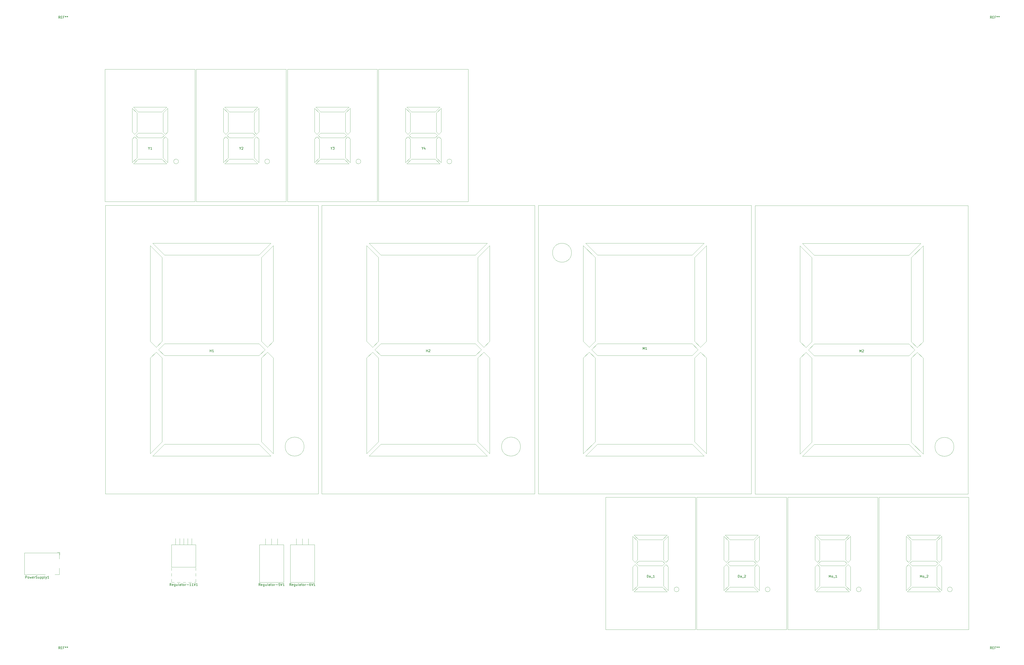
<source format=gto>
G04 #@! TF.GenerationSoftware,KiCad,Pcbnew,(5.1.6)-1*
G04 #@! TF.CreationDate,2020-11-13T18:23:17+07:00*
G04 #@! TF.ProjectId,Clock,436c6f63-6b2e-46b6-9963-61645f706362,rev?*
G04 #@! TF.SameCoordinates,Original*
G04 #@! TF.FileFunction,Legend,Top*
G04 #@! TF.FilePolarity,Positive*
%FSLAX46Y46*%
G04 Gerber Fmt 4.6, Leading zero omitted, Abs format (unit mm)*
G04 Created by KiCad (PCBNEW (5.1.6)-1) date 2020-11-13 18:23:17*
%MOMM*%
%LPD*%
G01*
G04 APERTURE LIST*
%ADD10C,0.120000*%
%ADD11C,0.150000*%
G04 APERTURE END LIST*
D10*
X407000000Y-306000000D02*
X445000000Y-306000000D01*
X445000000Y-306000000D02*
X445000000Y-250000000D01*
X445000000Y-250000000D02*
X445000000Y-250000000D01*
X407000000Y-250000000D02*
X445000000Y-250000000D01*
X445000000Y-306000000D02*
X445000000Y-306000000D01*
X407000000Y-250000000D02*
X407000000Y-250000000D01*
X407000000Y-306000000D02*
X407000000Y-250000000D01*
X407000000Y-306000000D02*
X407000000Y-306000000D01*
X419000000Y-266000000D02*
X421000000Y-268000000D01*
X421000000Y-268000000D02*
X431000000Y-268000000D01*
X433000000Y-266000000D02*
X431000000Y-268000000D01*
X419000000Y-266000000D02*
X433000000Y-266000000D01*
X418500000Y-266500000D02*
X420500000Y-268500000D01*
X420500000Y-268500000D02*
X420500000Y-276500000D01*
X420500000Y-276500000D02*
X419500000Y-277500000D01*
X419500000Y-277500000D02*
X418500000Y-276500000D01*
X418500000Y-266500000D02*
X418500000Y-276500000D01*
X433500000Y-266500000D02*
X431500000Y-268500000D01*
X433500000Y-276500000D02*
X433500000Y-266500000D01*
X432500000Y-277500000D02*
X433500000Y-276500000D01*
X431500000Y-276500000D02*
X432500000Y-277500000D01*
X431500000Y-268500000D02*
X431500000Y-276500000D01*
X420000000Y-278000000D02*
X421000000Y-277000000D01*
X421000000Y-277000000D02*
X431000000Y-277000000D01*
X431000000Y-277000000D02*
X432000000Y-278000000D01*
X432000000Y-278000000D02*
X431000000Y-279000000D01*
X431000000Y-279000000D02*
X421000000Y-279000000D01*
X421000000Y-279000000D02*
X420000000Y-278000000D01*
X418500000Y-279500000D02*
X419500000Y-278500000D01*
X418500000Y-279500000D02*
X418500000Y-289500000D01*
X418500000Y-289500000D02*
X420500000Y-287500000D01*
X420500000Y-279500000D02*
X420500000Y-287500000D01*
X419500000Y-278500000D02*
X420500000Y-279500000D01*
X433000000Y-290000000D02*
X419000000Y-290000000D01*
X431000000Y-288000000D02*
X433000000Y-290000000D01*
X421000000Y-288000000D02*
X431000000Y-288000000D01*
X421000000Y-288000000D02*
X419000000Y-290000000D01*
X431500000Y-287500000D02*
X431500000Y-279500000D01*
X433500000Y-289500000D02*
X431500000Y-287500000D01*
X433500000Y-279500000D02*
X433500000Y-289500000D01*
X432500000Y-278500000D02*
X433500000Y-279500000D01*
X431500000Y-279500000D02*
X432500000Y-278500000D01*
X438000000Y-289000000D02*
G75*
G03*
X438000000Y-289000000I-1000000J0D01*
G01*
X311000000Y-125000000D02*
X349000000Y-125000000D01*
X349000000Y-125000000D02*
X349000000Y-69000000D01*
X349000000Y-69000000D02*
X349000000Y-69000000D01*
X311000000Y-69000000D02*
X349000000Y-69000000D01*
X349000000Y-125000000D02*
X349000000Y-125000000D01*
X311000000Y-69000000D02*
X311000000Y-69000000D01*
X311000000Y-125000000D02*
X311000000Y-69000000D01*
X311000000Y-125000000D02*
X311000000Y-125000000D01*
X323000000Y-85000000D02*
X325000000Y-87000000D01*
X325000000Y-87000000D02*
X335000000Y-87000000D01*
X337000000Y-85000000D02*
X335000000Y-87000000D01*
X323000000Y-85000000D02*
X337000000Y-85000000D01*
X322500000Y-85500000D02*
X324500000Y-87500000D01*
X324500000Y-87500000D02*
X324500000Y-95500000D01*
X324500000Y-95500000D02*
X323500000Y-96500000D01*
X323500000Y-96500000D02*
X322500000Y-95500000D01*
X322500000Y-85500000D02*
X322500000Y-95500000D01*
X337500000Y-85500000D02*
X335500000Y-87500000D01*
X337500000Y-95500000D02*
X337500000Y-85500000D01*
X336500000Y-96500000D02*
X337500000Y-95500000D01*
X335500000Y-95500000D02*
X336500000Y-96500000D01*
X335500000Y-87500000D02*
X335500000Y-95500000D01*
X324000000Y-97000000D02*
X325000000Y-96000000D01*
X325000000Y-96000000D02*
X335000000Y-96000000D01*
X335000000Y-96000000D02*
X336000000Y-97000000D01*
X336000000Y-97000000D02*
X335000000Y-98000000D01*
X335000000Y-98000000D02*
X325000000Y-98000000D01*
X325000000Y-98000000D02*
X324000000Y-97000000D01*
X322500000Y-98500000D02*
X323500000Y-97500000D01*
X322500000Y-98500000D02*
X322500000Y-108500000D01*
X322500000Y-108500000D02*
X324500000Y-106500000D01*
X324500000Y-98500000D02*
X324500000Y-106500000D01*
X323500000Y-97500000D02*
X324500000Y-98500000D01*
X337000000Y-109000000D02*
X323000000Y-109000000D01*
X335000000Y-107000000D02*
X337000000Y-109000000D01*
X325000000Y-107000000D02*
X335000000Y-107000000D01*
X325000000Y-107000000D02*
X323000000Y-109000000D01*
X335500000Y-106500000D02*
X335500000Y-98500000D01*
X337500000Y-108500000D02*
X335500000Y-106500000D01*
X337500000Y-98500000D02*
X337500000Y-108500000D01*
X336500000Y-97500000D02*
X337500000Y-98500000D01*
X335500000Y-98500000D02*
X336500000Y-97500000D01*
X342000000Y-108000000D02*
G75*
G03*
X342000000Y-108000000I-1000000J0D01*
G01*
X234000000Y-125000000D02*
X272000000Y-125000000D01*
X272000000Y-125000000D02*
X272000000Y-69000000D01*
X272000000Y-69000000D02*
X272000000Y-69000000D01*
X234000000Y-69000000D02*
X272000000Y-69000000D01*
X272000000Y-125000000D02*
X272000000Y-125000000D01*
X234000000Y-69000000D02*
X234000000Y-69000000D01*
X234000000Y-125000000D02*
X234000000Y-69000000D01*
X234000000Y-125000000D02*
X234000000Y-125000000D01*
X246000000Y-85000000D02*
X248000000Y-87000000D01*
X248000000Y-87000000D02*
X258000000Y-87000000D01*
X260000000Y-85000000D02*
X258000000Y-87000000D01*
X246000000Y-85000000D02*
X260000000Y-85000000D01*
X245500000Y-85500000D02*
X247500000Y-87500000D01*
X247500000Y-87500000D02*
X247500000Y-95500000D01*
X247500000Y-95500000D02*
X246500000Y-96500000D01*
X246500000Y-96500000D02*
X245500000Y-95500000D01*
X245500000Y-85500000D02*
X245500000Y-95500000D01*
X260500000Y-85500000D02*
X258500000Y-87500000D01*
X260500000Y-95500000D02*
X260500000Y-85500000D01*
X259500000Y-96500000D02*
X260500000Y-95500000D01*
X258500000Y-95500000D02*
X259500000Y-96500000D01*
X258500000Y-87500000D02*
X258500000Y-95500000D01*
X247000000Y-97000000D02*
X248000000Y-96000000D01*
X248000000Y-96000000D02*
X258000000Y-96000000D01*
X258000000Y-96000000D02*
X259000000Y-97000000D01*
X259000000Y-97000000D02*
X258000000Y-98000000D01*
X258000000Y-98000000D02*
X248000000Y-98000000D01*
X248000000Y-98000000D02*
X247000000Y-97000000D01*
X245500000Y-98500000D02*
X246500000Y-97500000D01*
X245500000Y-98500000D02*
X245500000Y-108500000D01*
X245500000Y-108500000D02*
X247500000Y-106500000D01*
X247500000Y-98500000D02*
X247500000Y-106500000D01*
X246500000Y-97500000D02*
X247500000Y-98500000D01*
X260000000Y-109000000D02*
X246000000Y-109000000D01*
X258000000Y-107000000D02*
X260000000Y-109000000D01*
X248000000Y-107000000D02*
X258000000Y-107000000D01*
X248000000Y-107000000D02*
X246000000Y-109000000D01*
X258500000Y-106500000D02*
X258500000Y-98500000D01*
X260500000Y-108500000D02*
X258500000Y-106500000D01*
X260500000Y-98500000D02*
X260500000Y-108500000D01*
X259500000Y-97500000D02*
X260500000Y-98500000D01*
X258500000Y-98500000D02*
X259500000Y-97500000D01*
X265000000Y-108000000D02*
G75*
G03*
X265000000Y-108000000I-1000000J0D01*
G01*
X195500000Y-125000000D02*
X233500000Y-125000000D01*
X233500000Y-125000000D02*
X233500000Y-69000000D01*
X233500000Y-69000000D02*
X233500000Y-69000000D01*
X195500000Y-69000000D02*
X233500000Y-69000000D01*
X233500000Y-125000000D02*
X233500000Y-125000000D01*
X195500000Y-69000000D02*
X195500000Y-69000000D01*
X195500000Y-125000000D02*
X195500000Y-69000000D01*
X195500000Y-125000000D02*
X195500000Y-125000000D01*
X207500000Y-85000000D02*
X209500000Y-87000000D01*
X209500000Y-87000000D02*
X219500000Y-87000000D01*
X221500000Y-85000000D02*
X219500000Y-87000000D01*
X207500000Y-85000000D02*
X221500000Y-85000000D01*
X207000000Y-85500000D02*
X209000000Y-87500000D01*
X209000000Y-87500000D02*
X209000000Y-95500000D01*
X209000000Y-95500000D02*
X208000000Y-96500000D01*
X208000000Y-96500000D02*
X207000000Y-95500000D01*
X207000000Y-85500000D02*
X207000000Y-95500000D01*
X222000000Y-85500000D02*
X220000000Y-87500000D01*
X222000000Y-95500000D02*
X222000000Y-85500000D01*
X221000000Y-96500000D02*
X222000000Y-95500000D01*
X220000000Y-95500000D02*
X221000000Y-96500000D01*
X220000000Y-87500000D02*
X220000000Y-95500000D01*
X208500000Y-97000000D02*
X209500000Y-96000000D01*
X209500000Y-96000000D02*
X219500000Y-96000000D01*
X219500000Y-96000000D02*
X220500000Y-97000000D01*
X220500000Y-97000000D02*
X219500000Y-98000000D01*
X219500000Y-98000000D02*
X209500000Y-98000000D01*
X209500000Y-98000000D02*
X208500000Y-97000000D01*
X207000000Y-98500000D02*
X208000000Y-97500000D01*
X207000000Y-98500000D02*
X207000000Y-108500000D01*
X207000000Y-108500000D02*
X209000000Y-106500000D01*
X209000000Y-98500000D02*
X209000000Y-106500000D01*
X208000000Y-97500000D02*
X209000000Y-98500000D01*
X221500000Y-109000000D02*
X207500000Y-109000000D01*
X219500000Y-107000000D02*
X221500000Y-109000000D01*
X209500000Y-107000000D02*
X219500000Y-107000000D01*
X209500000Y-107000000D02*
X207500000Y-109000000D01*
X220000000Y-106500000D02*
X220000000Y-98500000D01*
X222000000Y-108500000D02*
X220000000Y-106500000D01*
X222000000Y-98500000D02*
X222000000Y-108500000D01*
X221000000Y-97500000D02*
X222000000Y-98500000D01*
X220000000Y-98500000D02*
X221000000Y-97500000D01*
X226500000Y-108000000D02*
G75*
G03*
X226500000Y-108000000I-1000000J0D01*
G01*
X279596000Y-228600000D02*
G75*
G03*
X279596000Y-228600000I-4000000J0D01*
G01*
X220596000Y-227600000D02*
X215596000Y-232600000D01*
X260596000Y-227600000D02*
X220596000Y-227600000D01*
X265596000Y-232600000D02*
X260596000Y-227600000D01*
X215596000Y-232600000D02*
X265596000Y-232600000D01*
X266596000Y-191100000D02*
X264096000Y-188600000D01*
X266596000Y-231600000D02*
X266596000Y-191100000D01*
X261596000Y-226600000D02*
X266596000Y-231600000D01*
X261596000Y-191100000D02*
X261596000Y-226600000D01*
X264096000Y-188600000D02*
X261596000Y-191100000D01*
X214596000Y-191100000D02*
X217096000Y-188600000D01*
X214596000Y-231600000D02*
X214596000Y-191100000D01*
X219596000Y-226600000D02*
X214596000Y-231600000D01*
X219596000Y-191100000D02*
X219596000Y-226600000D01*
X217096000Y-188600000D02*
X219596000Y-191100000D01*
X261596000Y-184100000D02*
X261596000Y-148600000D01*
X264096000Y-186600000D02*
X261596000Y-184100000D01*
X266596000Y-184100000D02*
X264096000Y-186600000D01*
X266596000Y-143600000D02*
X266596000Y-184100000D01*
X266596000Y-143600000D02*
X261596000Y-148600000D01*
X220596000Y-190100000D02*
X218096000Y-187600000D01*
X260596000Y-190100000D02*
X220596000Y-190100000D01*
X263096000Y-187600000D02*
X260596000Y-190100000D01*
X260596000Y-185100000D02*
X263096000Y-187600000D01*
X220596000Y-185100000D02*
X260596000Y-185100000D01*
X218096000Y-187600000D02*
X220596000Y-185100000D01*
X214596000Y-184100000D02*
X217096000Y-186600000D01*
X214596000Y-143600000D02*
X214596000Y-184100000D01*
X219596000Y-184100000D02*
X217096000Y-186600000D01*
X219596000Y-148600000D02*
X219596000Y-184100000D01*
X214596000Y-143600000D02*
X219596000Y-148600000D01*
X220596000Y-147600000D02*
X215596000Y-142600000D01*
X260596000Y-147600000D02*
X220596000Y-147600000D01*
X265596000Y-142600000D02*
X260596000Y-147600000D01*
X215596000Y-142600000D02*
X265596000Y-142600000D01*
X195596000Y-248600000D02*
X195596000Y-126600000D01*
X285596000Y-248600000D02*
X195596000Y-248600000D01*
X285596000Y-126600000D02*
X285596000Y-248600000D01*
X195596000Y-126600000D02*
X285596000Y-126600000D01*
X371036000Y-228600000D02*
G75*
G03*
X371036000Y-228600000I-4000000J0D01*
G01*
X312036000Y-227600000D02*
X307036000Y-232600000D01*
X352036000Y-227600000D02*
X312036000Y-227600000D01*
X357036000Y-232600000D02*
X352036000Y-227600000D01*
X307036000Y-232600000D02*
X357036000Y-232600000D01*
X358036000Y-191100000D02*
X355536000Y-188600000D01*
X358036000Y-231600000D02*
X358036000Y-191100000D01*
X353036000Y-226600000D02*
X358036000Y-231600000D01*
X353036000Y-191100000D02*
X353036000Y-226600000D01*
X355536000Y-188600000D02*
X353036000Y-191100000D01*
X306036000Y-191100000D02*
X308536000Y-188600000D01*
X306036000Y-231600000D02*
X306036000Y-191100000D01*
X311036000Y-226600000D02*
X306036000Y-231600000D01*
X311036000Y-191100000D02*
X311036000Y-226600000D01*
X308536000Y-188600000D02*
X311036000Y-191100000D01*
X353036000Y-184100000D02*
X353036000Y-148600000D01*
X355536000Y-186600000D02*
X353036000Y-184100000D01*
X358036000Y-184100000D02*
X355536000Y-186600000D01*
X358036000Y-143600000D02*
X358036000Y-184100000D01*
X358036000Y-143600000D02*
X353036000Y-148600000D01*
X312036000Y-190100000D02*
X309536000Y-187600000D01*
X352036000Y-190100000D02*
X312036000Y-190100000D01*
X354536000Y-187600000D02*
X352036000Y-190100000D01*
X352036000Y-185100000D02*
X354536000Y-187600000D01*
X312036000Y-185100000D02*
X352036000Y-185100000D01*
X309536000Y-187600000D02*
X312036000Y-185100000D01*
X306036000Y-184100000D02*
X308536000Y-186600000D01*
X306036000Y-143600000D02*
X306036000Y-184100000D01*
X311036000Y-184100000D02*
X308536000Y-186600000D01*
X311036000Y-148600000D02*
X311036000Y-184100000D01*
X306036000Y-143600000D02*
X311036000Y-148600000D01*
X312036000Y-147600000D02*
X307036000Y-142600000D01*
X352036000Y-147600000D02*
X312036000Y-147600000D01*
X357036000Y-142600000D02*
X352036000Y-147600000D01*
X307036000Y-142600000D02*
X357036000Y-142600000D01*
X287036000Y-248600000D02*
X287036000Y-126600000D01*
X377036000Y-248600000D02*
X287036000Y-248600000D01*
X377036000Y-126600000D02*
X377036000Y-248600000D01*
X287036000Y-126600000D02*
X377036000Y-126600000D01*
X468600000Y-248600000D02*
X378600000Y-248600000D01*
X378600000Y-248600000D02*
X378600000Y-126600000D01*
X378600000Y-126600000D02*
X468600000Y-126600000D01*
X468600000Y-126600000D02*
X468600000Y-248600000D01*
X448600000Y-232600000D02*
X398600000Y-232600000D01*
X398600000Y-232600000D02*
X403600000Y-227600000D01*
X403600000Y-227600000D02*
X443600000Y-227600000D01*
X443600000Y-227600000D02*
X448600000Y-232600000D01*
X449600000Y-231600000D02*
X444600000Y-226600000D01*
X444600000Y-226600000D02*
X444600000Y-191100000D01*
X444600000Y-191100000D02*
X447100000Y-188600000D01*
X449600000Y-231600000D02*
X449600000Y-191100000D01*
X449600000Y-191100000D02*
X447100000Y-188600000D01*
X446100000Y-187600000D02*
X443600000Y-190100000D01*
X443600000Y-190100000D02*
X403600000Y-190100000D01*
X403600000Y-190100000D02*
X401100000Y-187600000D01*
X401100000Y-187600000D02*
X403600000Y-185100000D01*
X403600000Y-185100000D02*
X443600000Y-185100000D01*
X443600000Y-185100000D02*
X446100000Y-187600000D01*
X397600000Y-231600000D02*
X402600000Y-226600000D01*
X397600000Y-231600000D02*
X397600000Y-191100000D01*
X397600000Y-191100000D02*
X400100000Y-188600000D01*
X400100000Y-188600000D02*
X402600000Y-191100000D01*
X402600000Y-191100000D02*
X402600000Y-226600000D01*
X447100000Y-186600000D02*
X444600000Y-184100000D01*
X444600000Y-184100000D02*
X444600000Y-148600000D01*
X444600000Y-148600000D02*
X449600000Y-143600000D01*
X449600000Y-143600000D02*
X449600000Y-184100000D01*
X449600000Y-184100000D02*
X447100000Y-186600000D01*
X400100000Y-186600000D02*
X402600000Y-184100000D01*
X402600000Y-184100000D02*
X402600000Y-148600000D01*
X402600000Y-148600000D02*
X397600000Y-143600000D01*
X397600000Y-143600000D02*
X397600000Y-184100000D01*
X397600000Y-184100000D02*
X400100000Y-186600000D01*
X448600000Y-142600000D02*
X398600000Y-142600000D01*
X398600000Y-142600000D02*
X403600000Y-147600000D01*
X403600000Y-147600000D02*
X443600000Y-147600000D01*
X443600000Y-147600000D02*
X448600000Y-142600000D01*
X392600000Y-146600000D02*
G75*
G03*
X392600000Y-146600000I-4000000J0D01*
G01*
X522500000Y-306000000D02*
X560500000Y-306000000D01*
X560500000Y-306000000D02*
X560500000Y-250000000D01*
X560500000Y-250000000D02*
X560500000Y-250000000D01*
X522500000Y-250000000D02*
X560500000Y-250000000D01*
X560500000Y-306000000D02*
X560500000Y-306000000D01*
X522500000Y-250000000D02*
X522500000Y-250000000D01*
X522500000Y-306000000D02*
X522500000Y-250000000D01*
X522500000Y-306000000D02*
X522500000Y-306000000D01*
X534500000Y-266000000D02*
X536500000Y-268000000D01*
X536500000Y-268000000D02*
X546500000Y-268000000D01*
X548500000Y-266000000D02*
X546500000Y-268000000D01*
X534500000Y-266000000D02*
X548500000Y-266000000D01*
X534000000Y-266500000D02*
X536000000Y-268500000D01*
X536000000Y-268500000D02*
X536000000Y-276500000D01*
X536000000Y-276500000D02*
X535000000Y-277500000D01*
X535000000Y-277500000D02*
X534000000Y-276500000D01*
X534000000Y-266500000D02*
X534000000Y-276500000D01*
X549000000Y-266500000D02*
X547000000Y-268500000D01*
X549000000Y-276500000D02*
X549000000Y-266500000D01*
X548000000Y-277500000D02*
X549000000Y-276500000D01*
X547000000Y-276500000D02*
X548000000Y-277500000D01*
X547000000Y-268500000D02*
X547000000Y-276500000D01*
X535500000Y-278000000D02*
X536500000Y-277000000D01*
X536500000Y-277000000D02*
X546500000Y-277000000D01*
X546500000Y-277000000D02*
X547500000Y-278000000D01*
X547500000Y-278000000D02*
X546500000Y-279000000D01*
X546500000Y-279000000D02*
X536500000Y-279000000D01*
X536500000Y-279000000D02*
X535500000Y-278000000D01*
X534000000Y-279500000D02*
X535000000Y-278500000D01*
X534000000Y-279500000D02*
X534000000Y-289500000D01*
X534000000Y-289500000D02*
X536000000Y-287500000D01*
X536000000Y-279500000D02*
X536000000Y-287500000D01*
X535000000Y-278500000D02*
X536000000Y-279500000D01*
X548500000Y-290000000D02*
X534500000Y-290000000D01*
X546500000Y-288000000D02*
X548500000Y-290000000D01*
X536500000Y-288000000D02*
X546500000Y-288000000D01*
X536500000Y-288000000D02*
X534500000Y-290000000D01*
X547000000Y-287500000D02*
X547000000Y-279500000D01*
X549000000Y-289500000D02*
X547000000Y-287500000D01*
X549000000Y-279500000D02*
X549000000Y-289500000D01*
X548000000Y-278500000D02*
X549000000Y-279500000D01*
X547000000Y-279500000D02*
X548000000Y-278500000D01*
X553500000Y-289000000D02*
G75*
G03*
X553500000Y-289000000I-1000000J0D01*
G01*
X484000000Y-306000000D02*
X522000000Y-306000000D01*
X522000000Y-306000000D02*
X522000000Y-250000000D01*
X522000000Y-250000000D02*
X522000000Y-250000000D01*
X484000000Y-250000000D02*
X522000000Y-250000000D01*
X522000000Y-306000000D02*
X522000000Y-306000000D01*
X484000000Y-250000000D02*
X484000000Y-250000000D01*
X484000000Y-306000000D02*
X484000000Y-250000000D01*
X484000000Y-306000000D02*
X484000000Y-306000000D01*
X496000000Y-266000000D02*
X498000000Y-268000000D01*
X498000000Y-268000000D02*
X508000000Y-268000000D01*
X510000000Y-266000000D02*
X508000000Y-268000000D01*
X496000000Y-266000000D02*
X510000000Y-266000000D01*
X495500000Y-266500000D02*
X497500000Y-268500000D01*
X497500000Y-268500000D02*
X497500000Y-276500000D01*
X497500000Y-276500000D02*
X496500000Y-277500000D01*
X496500000Y-277500000D02*
X495500000Y-276500000D01*
X495500000Y-266500000D02*
X495500000Y-276500000D01*
X510500000Y-266500000D02*
X508500000Y-268500000D01*
X510500000Y-276500000D02*
X510500000Y-266500000D01*
X509500000Y-277500000D02*
X510500000Y-276500000D01*
X508500000Y-276500000D02*
X509500000Y-277500000D01*
X508500000Y-268500000D02*
X508500000Y-276500000D01*
X497000000Y-278000000D02*
X498000000Y-277000000D01*
X498000000Y-277000000D02*
X508000000Y-277000000D01*
X508000000Y-277000000D02*
X509000000Y-278000000D01*
X509000000Y-278000000D02*
X508000000Y-279000000D01*
X508000000Y-279000000D02*
X498000000Y-279000000D01*
X498000000Y-279000000D02*
X497000000Y-278000000D01*
X495500000Y-279500000D02*
X496500000Y-278500000D01*
X495500000Y-279500000D02*
X495500000Y-289500000D01*
X495500000Y-289500000D02*
X497500000Y-287500000D01*
X497500000Y-279500000D02*
X497500000Y-287500000D01*
X496500000Y-278500000D02*
X497500000Y-279500000D01*
X510000000Y-290000000D02*
X496000000Y-290000000D01*
X508000000Y-288000000D02*
X510000000Y-290000000D01*
X498000000Y-288000000D02*
X508000000Y-288000000D01*
X498000000Y-288000000D02*
X496000000Y-290000000D01*
X508500000Y-287500000D02*
X508500000Y-279500000D01*
X510500000Y-289500000D02*
X508500000Y-287500000D01*
X510500000Y-279500000D02*
X510500000Y-289500000D01*
X509500000Y-278500000D02*
X510500000Y-279500000D01*
X508500000Y-279500000D02*
X509500000Y-278500000D01*
X515000000Y-289000000D02*
G75*
G03*
X515000000Y-289000000I-1000000J0D01*
G01*
X445500000Y-306000000D02*
X483500000Y-306000000D01*
X483500000Y-306000000D02*
X483500000Y-250000000D01*
X483500000Y-250000000D02*
X483500000Y-250000000D01*
X445500000Y-250000000D02*
X483500000Y-250000000D01*
X483500000Y-306000000D02*
X483500000Y-306000000D01*
X445500000Y-250000000D02*
X445500000Y-250000000D01*
X445500000Y-306000000D02*
X445500000Y-250000000D01*
X445500000Y-306000000D02*
X445500000Y-306000000D01*
X457500000Y-266000000D02*
X459500000Y-268000000D01*
X459500000Y-268000000D02*
X469500000Y-268000000D01*
X471500000Y-266000000D02*
X469500000Y-268000000D01*
X457500000Y-266000000D02*
X471500000Y-266000000D01*
X457000000Y-266500000D02*
X459000000Y-268500000D01*
X459000000Y-268500000D02*
X459000000Y-276500000D01*
X459000000Y-276500000D02*
X458000000Y-277500000D01*
X458000000Y-277500000D02*
X457000000Y-276500000D01*
X457000000Y-266500000D02*
X457000000Y-276500000D01*
X472000000Y-266500000D02*
X470000000Y-268500000D01*
X472000000Y-276500000D02*
X472000000Y-266500000D01*
X471000000Y-277500000D02*
X472000000Y-276500000D01*
X470000000Y-276500000D02*
X471000000Y-277500000D01*
X470000000Y-268500000D02*
X470000000Y-276500000D01*
X458500000Y-278000000D02*
X459500000Y-277000000D01*
X459500000Y-277000000D02*
X469500000Y-277000000D01*
X469500000Y-277000000D02*
X470500000Y-278000000D01*
X470500000Y-278000000D02*
X469500000Y-279000000D01*
X469500000Y-279000000D02*
X459500000Y-279000000D01*
X459500000Y-279000000D02*
X458500000Y-278000000D01*
X457000000Y-279500000D02*
X458000000Y-278500000D01*
X457000000Y-279500000D02*
X457000000Y-289500000D01*
X457000000Y-289500000D02*
X459000000Y-287500000D01*
X459000000Y-279500000D02*
X459000000Y-287500000D01*
X458000000Y-278500000D02*
X459000000Y-279500000D01*
X471500000Y-290000000D02*
X457500000Y-290000000D01*
X469500000Y-288000000D02*
X471500000Y-290000000D01*
X459500000Y-288000000D02*
X469500000Y-288000000D01*
X459500000Y-288000000D02*
X457500000Y-290000000D01*
X470000000Y-287500000D02*
X470000000Y-279500000D01*
X472000000Y-289500000D02*
X470000000Y-287500000D01*
X472000000Y-279500000D02*
X472000000Y-289500000D01*
X471000000Y-278500000D02*
X472000000Y-279500000D01*
X470000000Y-279500000D02*
X471000000Y-278500000D01*
X476500000Y-289000000D02*
G75*
G03*
X476500000Y-289000000I-1000000J0D01*
G01*
X276320000Y-270090000D02*
X276320000Y-267550000D01*
X278860000Y-270090000D02*
X278860000Y-267550000D01*
X281400000Y-270090000D02*
X281400000Y-267550000D01*
X273740000Y-285980000D02*
X273740000Y-270090000D01*
X283980000Y-285980000D02*
X283980000Y-270090000D01*
X283980000Y-285980000D02*
X273740000Y-285980000D01*
X283980000Y-270090000D02*
X273740000Y-270090000D01*
X263320000Y-270090000D02*
X263320000Y-267550000D01*
X265860000Y-270090000D02*
X265860000Y-267550000D01*
X268400000Y-270090000D02*
X268400000Y-267550000D01*
X260740000Y-285980000D02*
X260740000Y-270090000D01*
X270980000Y-285980000D02*
X270980000Y-270090000D01*
X270980000Y-285980000D02*
X260740000Y-285980000D01*
X270980000Y-270090000D02*
X260740000Y-270090000D01*
X272550000Y-125000000D02*
X310550000Y-125000000D01*
X310550000Y-125000000D02*
X310550000Y-69000000D01*
X310550000Y-69000000D02*
X310550000Y-69000000D01*
X272550000Y-69000000D02*
X310550000Y-69000000D01*
X310550000Y-125000000D02*
X310550000Y-125000000D01*
X272550000Y-69000000D02*
X272550000Y-69000000D01*
X272550000Y-125000000D02*
X272550000Y-69000000D01*
X272550000Y-125000000D02*
X272550000Y-125000000D01*
X284550000Y-85000000D02*
X286550000Y-87000000D01*
X286550000Y-87000000D02*
X296550000Y-87000000D01*
X298550000Y-85000000D02*
X296550000Y-87000000D01*
X284550000Y-85000000D02*
X298550000Y-85000000D01*
X284050000Y-85500000D02*
X286050000Y-87500000D01*
X286050000Y-87500000D02*
X286050000Y-95500000D01*
X286050000Y-95500000D02*
X285050000Y-96500000D01*
X285050000Y-96500000D02*
X284050000Y-95500000D01*
X284050000Y-85500000D02*
X284050000Y-95500000D01*
X299050000Y-85500000D02*
X297050000Y-87500000D01*
X299050000Y-95500000D02*
X299050000Y-85500000D01*
X298050000Y-96500000D02*
X299050000Y-95500000D01*
X297050000Y-95500000D02*
X298050000Y-96500000D01*
X297050000Y-87500000D02*
X297050000Y-95500000D01*
X285550000Y-97000000D02*
X286550000Y-96000000D01*
X286550000Y-96000000D02*
X296550000Y-96000000D01*
X296550000Y-96000000D02*
X297550000Y-97000000D01*
X297550000Y-97000000D02*
X296550000Y-98000000D01*
X296550000Y-98000000D02*
X286550000Y-98000000D01*
X286550000Y-98000000D02*
X285550000Y-97000000D01*
X284050000Y-98500000D02*
X285050000Y-97500000D01*
X284050000Y-98500000D02*
X284050000Y-108500000D01*
X284050000Y-108500000D02*
X286050000Y-106500000D01*
X286050000Y-98500000D02*
X286050000Y-106500000D01*
X285050000Y-97500000D02*
X286050000Y-98500000D01*
X298550000Y-109000000D02*
X284550000Y-109000000D01*
X296550000Y-107000000D02*
X298550000Y-109000000D01*
X286550000Y-107000000D02*
X296550000Y-107000000D01*
X286550000Y-107000000D02*
X284550000Y-109000000D01*
X297050000Y-106500000D02*
X297050000Y-98500000D01*
X299050000Y-108500000D02*
X297050000Y-106500000D01*
X299050000Y-98500000D02*
X299050000Y-108500000D01*
X298050000Y-97500000D02*
X299050000Y-98500000D01*
X297050000Y-98500000D02*
X298050000Y-97500000D01*
X303550000Y-108000000D02*
G75*
G03*
X303550000Y-108000000I-1000000J0D01*
G01*
X223579000Y-270090000D02*
X233820000Y-270090000D01*
X223579000Y-279580000D02*
X233820000Y-279580000D01*
X223579000Y-270090000D02*
X223579000Y-279580000D01*
X233820000Y-270090000D02*
X233820000Y-279580000D01*
X223579000Y-285980000D02*
X224779000Y-285980000D01*
X225980000Y-285980000D02*
X227180000Y-285980000D01*
X228380000Y-285980000D02*
X229580000Y-285980000D01*
X230780000Y-285980000D02*
X231980000Y-285980000D01*
X233180000Y-285980000D02*
X233820000Y-285980000D01*
X223579000Y-279820000D02*
X223579000Y-281020000D01*
X223579000Y-282220000D02*
X223579000Y-283420000D01*
X223579000Y-284620000D02*
X223579000Y-285820000D01*
X233820000Y-279820000D02*
X233820000Y-281020000D01*
X233820000Y-282220000D02*
X233820000Y-283420000D01*
X233820000Y-284620000D02*
X233820000Y-285820000D01*
X225300000Y-267450000D02*
X225300000Y-270090000D01*
X227000000Y-267450000D02*
X227000000Y-270090000D01*
X228700000Y-267450000D02*
X228700000Y-270090000D01*
X230400000Y-267450000D02*
X230400000Y-270090000D01*
X232100000Y-267450000D02*
X232100000Y-270090000D01*
X176360000Y-274380000D02*
X176360000Y-273330000D01*
X175310000Y-273330000D02*
X176360000Y-273330000D01*
X170260000Y-282730000D02*
X161460000Y-282730000D01*
X161460000Y-282730000D02*
X161460000Y-273530000D01*
X176160000Y-280030000D02*
X176160000Y-282730000D01*
X176160000Y-282730000D02*
X174260000Y-282730000D01*
X161460000Y-273530000D02*
X176160000Y-273530000D01*
X176160000Y-273530000D02*
X176160000Y-276130000D01*
X554200000Y-228700000D02*
G75*
G03*
X554200000Y-228700000I-4000000J0D01*
G01*
X495200000Y-227700000D02*
X490200000Y-232700000D01*
X535200000Y-227700000D02*
X495200000Y-227700000D01*
X540200000Y-232700000D02*
X535200000Y-227700000D01*
X490200000Y-232700000D02*
X540200000Y-232700000D01*
X541200000Y-191200000D02*
X538700000Y-188700000D01*
X541200000Y-231700000D02*
X541200000Y-191200000D01*
X536200000Y-226700000D02*
X541200000Y-231700000D01*
X536200000Y-191200000D02*
X536200000Y-226700000D01*
X538700000Y-188700000D02*
X536200000Y-191200000D01*
X489200000Y-191200000D02*
X491700000Y-188700000D01*
X489200000Y-231700000D02*
X489200000Y-191200000D01*
X494200000Y-226700000D02*
X489200000Y-231700000D01*
X494200000Y-191200000D02*
X494200000Y-226700000D01*
X491700000Y-188700000D02*
X494200000Y-191200000D01*
X536200000Y-184200000D02*
X536200000Y-148700000D01*
X538700000Y-186700000D02*
X536200000Y-184200000D01*
X541200000Y-184200000D02*
X538700000Y-186700000D01*
X541200000Y-143700000D02*
X541200000Y-184200000D01*
X541200000Y-143700000D02*
X536200000Y-148700000D01*
X495200000Y-190200000D02*
X492700000Y-187700000D01*
X535200000Y-190200000D02*
X495200000Y-190200000D01*
X537700000Y-187700000D02*
X535200000Y-190200000D01*
X535200000Y-185200000D02*
X537700000Y-187700000D01*
X495200000Y-185200000D02*
X535200000Y-185200000D01*
X492700000Y-187700000D02*
X495200000Y-185200000D01*
X489200000Y-184200000D02*
X491700000Y-186700000D01*
X489200000Y-143700000D02*
X489200000Y-184200000D01*
X494200000Y-184200000D02*
X491700000Y-186700000D01*
X494200000Y-148700000D02*
X494200000Y-184200000D01*
X489200000Y-143700000D02*
X494200000Y-148700000D01*
X495200000Y-147700000D02*
X490200000Y-142700000D01*
X535200000Y-147700000D02*
X495200000Y-147700000D01*
X540200000Y-142700000D02*
X535200000Y-147700000D01*
X490200000Y-142700000D02*
X540200000Y-142700000D01*
X470200000Y-248700000D02*
X470200000Y-126700000D01*
X560200000Y-248700000D02*
X470200000Y-248700000D01*
X560200000Y-126700000D02*
X560200000Y-248700000D01*
X470200000Y-126700000D02*
X560200000Y-126700000D01*
D11*
X176466666Y-314202380D02*
X176133333Y-313726190D01*
X175895238Y-314202380D02*
X175895238Y-313202380D01*
X176276190Y-313202380D01*
X176371428Y-313250000D01*
X176419047Y-313297619D01*
X176466666Y-313392857D01*
X176466666Y-313535714D01*
X176419047Y-313630952D01*
X176371428Y-313678571D01*
X176276190Y-313726190D01*
X175895238Y-313726190D01*
X176895238Y-313678571D02*
X177228571Y-313678571D01*
X177371428Y-314202380D02*
X176895238Y-314202380D01*
X176895238Y-313202380D01*
X177371428Y-313202380D01*
X178133333Y-313678571D02*
X177800000Y-313678571D01*
X177800000Y-314202380D02*
X177800000Y-313202380D01*
X178276190Y-313202380D01*
X178800000Y-313202380D02*
X178800000Y-313440476D01*
X178561904Y-313345238D02*
X178800000Y-313440476D01*
X179038095Y-313345238D01*
X178657142Y-313630952D02*
X178800000Y-313440476D01*
X178942857Y-313630952D01*
X179561904Y-313202380D02*
X179561904Y-313440476D01*
X179323809Y-313345238D02*
X179561904Y-313440476D01*
X179800000Y-313345238D01*
X179419047Y-313630952D02*
X179561904Y-313440476D01*
X179704761Y-313630952D01*
X176466666Y-47502380D02*
X176133333Y-47026190D01*
X175895238Y-47502380D02*
X175895238Y-46502380D01*
X176276190Y-46502380D01*
X176371428Y-46550000D01*
X176419047Y-46597619D01*
X176466666Y-46692857D01*
X176466666Y-46835714D01*
X176419047Y-46930952D01*
X176371428Y-46978571D01*
X176276190Y-47026190D01*
X175895238Y-47026190D01*
X176895238Y-46978571D02*
X177228571Y-46978571D01*
X177371428Y-47502380D02*
X176895238Y-47502380D01*
X176895238Y-46502380D01*
X177371428Y-46502380D01*
X178133333Y-46978571D02*
X177800000Y-46978571D01*
X177800000Y-47502380D02*
X177800000Y-46502380D01*
X178276190Y-46502380D01*
X178800000Y-46502380D02*
X178800000Y-46740476D01*
X178561904Y-46645238D02*
X178800000Y-46740476D01*
X179038095Y-46645238D01*
X178657142Y-46930952D02*
X178800000Y-46740476D01*
X178942857Y-46930952D01*
X179561904Y-46502380D02*
X179561904Y-46740476D01*
X179323809Y-46645238D02*
X179561904Y-46740476D01*
X179800000Y-46645238D01*
X179419047Y-46930952D02*
X179561904Y-46740476D01*
X179704761Y-46930952D01*
X570166666Y-47502380D02*
X569833333Y-47026190D01*
X569595238Y-47502380D02*
X569595238Y-46502380D01*
X569976190Y-46502380D01*
X570071428Y-46550000D01*
X570119047Y-46597619D01*
X570166666Y-46692857D01*
X570166666Y-46835714D01*
X570119047Y-46930952D01*
X570071428Y-46978571D01*
X569976190Y-47026190D01*
X569595238Y-47026190D01*
X570595238Y-46978571D02*
X570928571Y-46978571D01*
X571071428Y-47502380D02*
X570595238Y-47502380D01*
X570595238Y-46502380D01*
X571071428Y-46502380D01*
X571833333Y-46978571D02*
X571500000Y-46978571D01*
X571500000Y-47502380D02*
X571500000Y-46502380D01*
X571976190Y-46502380D01*
X572500000Y-46502380D02*
X572500000Y-46740476D01*
X572261904Y-46645238D02*
X572500000Y-46740476D01*
X572738095Y-46645238D01*
X572357142Y-46930952D02*
X572500000Y-46740476D01*
X572642857Y-46930952D01*
X573261904Y-46502380D02*
X573261904Y-46740476D01*
X573023809Y-46645238D02*
X573261904Y-46740476D01*
X573500000Y-46645238D01*
X573119047Y-46930952D02*
X573261904Y-46740476D01*
X573404761Y-46930952D01*
X570166666Y-314202380D02*
X569833333Y-313726190D01*
X569595238Y-314202380D02*
X569595238Y-313202380D01*
X569976190Y-313202380D01*
X570071428Y-313250000D01*
X570119047Y-313297619D01*
X570166666Y-313392857D01*
X570166666Y-313535714D01*
X570119047Y-313630952D01*
X570071428Y-313678571D01*
X569976190Y-313726190D01*
X569595238Y-313726190D01*
X570595238Y-313678571D02*
X570928571Y-313678571D01*
X571071428Y-314202380D02*
X570595238Y-314202380D01*
X570595238Y-313202380D01*
X571071428Y-313202380D01*
X571833333Y-313678571D02*
X571500000Y-313678571D01*
X571500000Y-314202380D02*
X571500000Y-313202380D01*
X571976190Y-313202380D01*
X572500000Y-313202380D02*
X572500000Y-313440476D01*
X572261904Y-313345238D02*
X572500000Y-313440476D01*
X572738095Y-313345238D01*
X572357142Y-313630952D02*
X572500000Y-313440476D01*
X572642857Y-313630952D01*
X573261904Y-313202380D02*
X573261904Y-313440476D01*
X573023809Y-313345238D02*
X573261904Y-313440476D01*
X573500000Y-313345238D01*
X573119047Y-313630952D02*
X573261904Y-313440476D01*
X573404761Y-313630952D01*
X424528571Y-283932380D02*
X424528571Y-282932380D01*
X424766666Y-282932380D01*
X424909523Y-282980000D01*
X425004761Y-283075238D01*
X425052380Y-283170476D01*
X425100000Y-283360952D01*
X425100000Y-283503809D01*
X425052380Y-283694285D01*
X425004761Y-283789523D01*
X424909523Y-283884761D01*
X424766666Y-283932380D01*
X424528571Y-283932380D01*
X425957142Y-283932380D02*
X425957142Y-283408571D01*
X425909523Y-283313333D01*
X425814285Y-283265714D01*
X425623809Y-283265714D01*
X425528571Y-283313333D01*
X425957142Y-283884761D02*
X425861904Y-283932380D01*
X425623809Y-283932380D01*
X425528571Y-283884761D01*
X425480952Y-283789523D01*
X425480952Y-283694285D01*
X425528571Y-283599047D01*
X425623809Y-283551428D01*
X425861904Y-283551428D01*
X425957142Y-283503809D01*
X426195238Y-284027619D02*
X426957142Y-284027619D01*
X427719047Y-283932380D02*
X427147619Y-283932380D01*
X427433333Y-283932380D02*
X427433333Y-282932380D01*
X427338095Y-283075238D01*
X427242857Y-283170476D01*
X427147619Y-283218095D01*
X329623809Y-102456190D02*
X329623809Y-102932380D01*
X329290476Y-101932380D02*
X329623809Y-102456190D01*
X329957142Y-101932380D01*
X330719047Y-102265714D02*
X330719047Y-102932380D01*
X330480952Y-101884761D02*
X330242857Y-102599047D01*
X330861904Y-102599047D01*
X252623809Y-102456190D02*
X252623809Y-102932380D01*
X252290476Y-101932380D02*
X252623809Y-102456190D01*
X252957142Y-101932380D01*
X253242857Y-102027619D02*
X253290476Y-101980000D01*
X253385714Y-101932380D01*
X253623809Y-101932380D01*
X253719047Y-101980000D01*
X253766666Y-102027619D01*
X253814285Y-102122857D01*
X253814285Y-102218095D01*
X253766666Y-102360952D01*
X253195238Y-102932380D01*
X253814285Y-102932380D01*
X214123809Y-102456190D02*
X214123809Y-102932380D01*
X213790476Y-101932380D02*
X214123809Y-102456190D01*
X214457142Y-101932380D01*
X215314285Y-102932380D02*
X214742857Y-102932380D01*
X215028571Y-102932380D02*
X215028571Y-101932380D01*
X214933333Y-102075238D01*
X214838095Y-102170476D01*
X214742857Y-102218095D01*
X239834095Y-188552380D02*
X239834095Y-187552380D01*
X239834095Y-188028571D02*
X240405523Y-188028571D01*
X240405523Y-188552380D02*
X240405523Y-187552380D01*
X241405523Y-188552380D02*
X240834095Y-188552380D01*
X241119809Y-188552380D02*
X241119809Y-187552380D01*
X241024571Y-187695238D01*
X240929333Y-187790476D01*
X240834095Y-187838095D01*
X331274095Y-188552380D02*
X331274095Y-187552380D01*
X331274095Y-188028571D02*
X331845523Y-188028571D01*
X331845523Y-188552380D02*
X331845523Y-187552380D01*
X332274095Y-187647619D02*
X332321714Y-187600000D01*
X332416952Y-187552380D01*
X332655047Y-187552380D01*
X332750285Y-187600000D01*
X332797904Y-187647619D01*
X332845523Y-187742857D01*
X332845523Y-187838095D01*
X332797904Y-187980952D01*
X332226476Y-188552380D01*
X332845523Y-188552380D01*
X422790476Y-187552380D02*
X422790476Y-186552380D01*
X423123809Y-187266666D01*
X423457142Y-186552380D01*
X423457142Y-187552380D01*
X424457142Y-187552380D02*
X423885714Y-187552380D01*
X424171428Y-187552380D02*
X424171428Y-186552380D01*
X424076190Y-186695238D01*
X423980952Y-186790476D01*
X423885714Y-186838095D01*
X539957142Y-283932380D02*
X539957142Y-282932380D01*
X540290476Y-283646666D01*
X540623809Y-282932380D01*
X540623809Y-283932380D01*
X541242857Y-283932380D02*
X541147619Y-283884761D01*
X541100000Y-283837142D01*
X541052380Y-283741904D01*
X541052380Y-283456190D01*
X541100000Y-283360952D01*
X541147619Y-283313333D01*
X541242857Y-283265714D01*
X541385714Y-283265714D01*
X541480952Y-283313333D01*
X541528571Y-283360952D01*
X541576190Y-283456190D01*
X541576190Y-283741904D01*
X541528571Y-283837142D01*
X541480952Y-283884761D01*
X541385714Y-283932380D01*
X541242857Y-283932380D01*
X541766666Y-284027619D02*
X542528571Y-284027619D01*
X542719047Y-283027619D02*
X542766666Y-282980000D01*
X542861904Y-282932380D01*
X543100000Y-282932380D01*
X543195238Y-282980000D01*
X543242857Y-283027619D01*
X543290476Y-283122857D01*
X543290476Y-283218095D01*
X543242857Y-283360952D01*
X542671428Y-283932380D01*
X543290476Y-283932380D01*
X501457142Y-283932380D02*
X501457142Y-282932380D01*
X501790476Y-283646666D01*
X502123809Y-282932380D01*
X502123809Y-283932380D01*
X502742857Y-283932380D02*
X502647619Y-283884761D01*
X502600000Y-283837142D01*
X502552380Y-283741904D01*
X502552380Y-283456190D01*
X502600000Y-283360952D01*
X502647619Y-283313333D01*
X502742857Y-283265714D01*
X502885714Y-283265714D01*
X502980952Y-283313333D01*
X503028571Y-283360952D01*
X503076190Y-283456190D01*
X503076190Y-283741904D01*
X503028571Y-283837142D01*
X502980952Y-283884761D01*
X502885714Y-283932380D01*
X502742857Y-283932380D01*
X503266666Y-284027619D02*
X504028571Y-284027619D01*
X504790476Y-283932380D02*
X504219047Y-283932380D01*
X504504761Y-283932380D02*
X504504761Y-282932380D01*
X504409523Y-283075238D01*
X504314285Y-283170476D01*
X504219047Y-283218095D01*
X463028571Y-283932380D02*
X463028571Y-282932380D01*
X463266666Y-282932380D01*
X463409523Y-282980000D01*
X463504761Y-283075238D01*
X463552380Y-283170476D01*
X463600000Y-283360952D01*
X463600000Y-283503809D01*
X463552380Y-283694285D01*
X463504761Y-283789523D01*
X463409523Y-283884761D01*
X463266666Y-283932380D01*
X463028571Y-283932380D01*
X464457142Y-283932380D02*
X464457142Y-283408571D01*
X464409523Y-283313333D01*
X464314285Y-283265714D01*
X464123809Y-283265714D01*
X464028571Y-283313333D01*
X464457142Y-283884761D02*
X464361904Y-283932380D01*
X464123809Y-283932380D01*
X464028571Y-283884761D01*
X463980952Y-283789523D01*
X463980952Y-283694285D01*
X464028571Y-283599047D01*
X464123809Y-283551428D01*
X464361904Y-283551428D01*
X464457142Y-283503809D01*
X464695238Y-284027619D02*
X465457142Y-284027619D01*
X465647619Y-283027619D02*
X465695238Y-282980000D01*
X465790476Y-282932380D01*
X466028571Y-282932380D01*
X466123809Y-282980000D01*
X466171428Y-283027619D01*
X466219047Y-283122857D01*
X466219047Y-283218095D01*
X466171428Y-283360952D01*
X465600000Y-283932380D01*
X466219047Y-283932380D01*
X274074285Y-287432380D02*
X273740952Y-286956190D01*
X273502857Y-287432380D02*
X273502857Y-286432380D01*
X273883809Y-286432380D01*
X273979047Y-286480000D01*
X274026666Y-286527619D01*
X274074285Y-286622857D01*
X274074285Y-286765714D01*
X274026666Y-286860952D01*
X273979047Y-286908571D01*
X273883809Y-286956190D01*
X273502857Y-286956190D01*
X274883809Y-287384761D02*
X274788571Y-287432380D01*
X274598095Y-287432380D01*
X274502857Y-287384761D01*
X274455238Y-287289523D01*
X274455238Y-286908571D01*
X274502857Y-286813333D01*
X274598095Y-286765714D01*
X274788571Y-286765714D01*
X274883809Y-286813333D01*
X274931428Y-286908571D01*
X274931428Y-287003809D01*
X274455238Y-287099047D01*
X275788571Y-286765714D02*
X275788571Y-287575238D01*
X275740952Y-287670476D01*
X275693333Y-287718095D01*
X275598095Y-287765714D01*
X275455238Y-287765714D01*
X275360000Y-287718095D01*
X275788571Y-287384761D02*
X275693333Y-287432380D01*
X275502857Y-287432380D01*
X275407619Y-287384761D01*
X275360000Y-287337142D01*
X275312380Y-287241904D01*
X275312380Y-286956190D01*
X275360000Y-286860952D01*
X275407619Y-286813333D01*
X275502857Y-286765714D01*
X275693333Y-286765714D01*
X275788571Y-286813333D01*
X276693333Y-286765714D02*
X276693333Y-287432380D01*
X276264761Y-286765714D02*
X276264761Y-287289523D01*
X276312380Y-287384761D01*
X276407619Y-287432380D01*
X276550476Y-287432380D01*
X276645714Y-287384761D01*
X276693333Y-287337142D01*
X277312380Y-287432380D02*
X277217142Y-287384761D01*
X277169523Y-287289523D01*
X277169523Y-286432380D01*
X278121904Y-287432380D02*
X278121904Y-286908571D01*
X278074285Y-286813333D01*
X277979047Y-286765714D01*
X277788571Y-286765714D01*
X277693333Y-286813333D01*
X278121904Y-287384761D02*
X278026666Y-287432380D01*
X277788571Y-287432380D01*
X277693333Y-287384761D01*
X277645714Y-287289523D01*
X277645714Y-287194285D01*
X277693333Y-287099047D01*
X277788571Y-287051428D01*
X278026666Y-287051428D01*
X278121904Y-287003809D01*
X278455238Y-286765714D02*
X278836190Y-286765714D01*
X278598095Y-286432380D02*
X278598095Y-287289523D01*
X278645714Y-287384761D01*
X278740952Y-287432380D01*
X278836190Y-287432380D01*
X279312380Y-287432380D02*
X279217142Y-287384761D01*
X279169523Y-287337142D01*
X279121904Y-287241904D01*
X279121904Y-286956190D01*
X279169523Y-286860952D01*
X279217142Y-286813333D01*
X279312380Y-286765714D01*
X279455238Y-286765714D01*
X279550476Y-286813333D01*
X279598095Y-286860952D01*
X279645714Y-286956190D01*
X279645714Y-287241904D01*
X279598095Y-287337142D01*
X279550476Y-287384761D01*
X279455238Y-287432380D01*
X279312380Y-287432380D01*
X280074285Y-287432380D02*
X280074285Y-286765714D01*
X280074285Y-286956190D02*
X280121904Y-286860952D01*
X280169523Y-286813333D01*
X280264761Y-286765714D01*
X280360000Y-286765714D01*
X280693333Y-287051428D02*
X281455238Y-287051428D01*
X282360000Y-286432380D02*
X282169523Y-286432380D01*
X282074285Y-286480000D01*
X282026666Y-286527619D01*
X281931428Y-286670476D01*
X281883809Y-286860952D01*
X281883809Y-287241904D01*
X281931428Y-287337142D01*
X281979047Y-287384761D01*
X282074285Y-287432380D01*
X282264761Y-287432380D01*
X282360000Y-287384761D01*
X282407619Y-287337142D01*
X282455238Y-287241904D01*
X282455238Y-287003809D01*
X282407619Y-286908571D01*
X282360000Y-286860952D01*
X282264761Y-286813333D01*
X282074285Y-286813333D01*
X281979047Y-286860952D01*
X281931428Y-286908571D01*
X281883809Y-287003809D01*
X282740952Y-286432380D02*
X283074285Y-287432380D01*
X283407619Y-286432380D01*
X284264761Y-287432380D02*
X283693333Y-287432380D01*
X283979047Y-287432380D02*
X283979047Y-286432380D01*
X283883809Y-286575238D01*
X283788571Y-286670476D01*
X283693333Y-286718095D01*
X261074285Y-287432380D02*
X260740952Y-286956190D01*
X260502857Y-287432380D02*
X260502857Y-286432380D01*
X260883809Y-286432380D01*
X260979047Y-286480000D01*
X261026666Y-286527619D01*
X261074285Y-286622857D01*
X261074285Y-286765714D01*
X261026666Y-286860952D01*
X260979047Y-286908571D01*
X260883809Y-286956190D01*
X260502857Y-286956190D01*
X261883809Y-287384761D02*
X261788571Y-287432380D01*
X261598095Y-287432380D01*
X261502857Y-287384761D01*
X261455238Y-287289523D01*
X261455238Y-286908571D01*
X261502857Y-286813333D01*
X261598095Y-286765714D01*
X261788571Y-286765714D01*
X261883809Y-286813333D01*
X261931428Y-286908571D01*
X261931428Y-287003809D01*
X261455238Y-287099047D01*
X262788571Y-286765714D02*
X262788571Y-287575238D01*
X262740952Y-287670476D01*
X262693333Y-287718095D01*
X262598095Y-287765714D01*
X262455238Y-287765714D01*
X262360000Y-287718095D01*
X262788571Y-287384761D02*
X262693333Y-287432380D01*
X262502857Y-287432380D01*
X262407619Y-287384761D01*
X262360000Y-287337142D01*
X262312380Y-287241904D01*
X262312380Y-286956190D01*
X262360000Y-286860952D01*
X262407619Y-286813333D01*
X262502857Y-286765714D01*
X262693333Y-286765714D01*
X262788571Y-286813333D01*
X263693333Y-286765714D02*
X263693333Y-287432380D01*
X263264761Y-286765714D02*
X263264761Y-287289523D01*
X263312380Y-287384761D01*
X263407619Y-287432380D01*
X263550476Y-287432380D01*
X263645714Y-287384761D01*
X263693333Y-287337142D01*
X264312380Y-287432380D02*
X264217142Y-287384761D01*
X264169523Y-287289523D01*
X264169523Y-286432380D01*
X265121904Y-287432380D02*
X265121904Y-286908571D01*
X265074285Y-286813333D01*
X264979047Y-286765714D01*
X264788571Y-286765714D01*
X264693333Y-286813333D01*
X265121904Y-287384761D02*
X265026666Y-287432380D01*
X264788571Y-287432380D01*
X264693333Y-287384761D01*
X264645714Y-287289523D01*
X264645714Y-287194285D01*
X264693333Y-287099047D01*
X264788571Y-287051428D01*
X265026666Y-287051428D01*
X265121904Y-287003809D01*
X265455238Y-286765714D02*
X265836190Y-286765714D01*
X265598095Y-286432380D02*
X265598095Y-287289523D01*
X265645714Y-287384761D01*
X265740952Y-287432380D01*
X265836190Y-287432380D01*
X266312380Y-287432380D02*
X266217142Y-287384761D01*
X266169523Y-287337142D01*
X266121904Y-287241904D01*
X266121904Y-286956190D01*
X266169523Y-286860952D01*
X266217142Y-286813333D01*
X266312380Y-286765714D01*
X266455238Y-286765714D01*
X266550476Y-286813333D01*
X266598095Y-286860952D01*
X266645714Y-286956190D01*
X266645714Y-287241904D01*
X266598095Y-287337142D01*
X266550476Y-287384761D01*
X266455238Y-287432380D01*
X266312380Y-287432380D01*
X267074285Y-287432380D02*
X267074285Y-286765714D01*
X267074285Y-286956190D02*
X267121904Y-286860952D01*
X267169523Y-286813333D01*
X267264761Y-286765714D01*
X267360000Y-286765714D01*
X267693333Y-287051428D02*
X268455238Y-287051428D01*
X269407619Y-286432380D02*
X268931428Y-286432380D01*
X268883809Y-286908571D01*
X268931428Y-286860952D01*
X269026666Y-286813333D01*
X269264761Y-286813333D01*
X269360000Y-286860952D01*
X269407619Y-286908571D01*
X269455238Y-287003809D01*
X269455238Y-287241904D01*
X269407619Y-287337142D01*
X269360000Y-287384761D01*
X269264761Y-287432380D01*
X269026666Y-287432380D01*
X268931428Y-287384761D01*
X268883809Y-287337142D01*
X269740952Y-286432380D02*
X270074285Y-287432380D01*
X270407619Y-286432380D01*
X271264761Y-287432380D02*
X270693333Y-287432380D01*
X270979047Y-287432380D02*
X270979047Y-286432380D01*
X270883809Y-286575238D01*
X270788571Y-286670476D01*
X270693333Y-286718095D01*
X291173809Y-102456190D02*
X291173809Y-102932380D01*
X290840476Y-101932380D02*
X291173809Y-102456190D01*
X291507142Y-101932380D01*
X291745238Y-101932380D02*
X292364285Y-101932380D01*
X292030952Y-102313333D01*
X292173809Y-102313333D01*
X292269047Y-102360952D01*
X292316666Y-102408571D01*
X292364285Y-102503809D01*
X292364285Y-102741904D01*
X292316666Y-102837142D01*
X292269047Y-102884761D01*
X292173809Y-102932380D01*
X291888095Y-102932380D01*
X291792857Y-102884761D01*
X291745238Y-102837142D01*
X223438095Y-287432380D02*
X223104761Y-286956190D01*
X222866666Y-287432380D02*
X222866666Y-286432380D01*
X223247619Y-286432380D01*
X223342857Y-286480000D01*
X223390476Y-286527619D01*
X223438095Y-286622857D01*
X223438095Y-286765714D01*
X223390476Y-286860952D01*
X223342857Y-286908571D01*
X223247619Y-286956190D01*
X222866666Y-286956190D01*
X224247619Y-287384761D02*
X224152380Y-287432380D01*
X223961904Y-287432380D01*
X223866666Y-287384761D01*
X223819047Y-287289523D01*
X223819047Y-286908571D01*
X223866666Y-286813333D01*
X223961904Y-286765714D01*
X224152380Y-286765714D01*
X224247619Y-286813333D01*
X224295238Y-286908571D01*
X224295238Y-287003809D01*
X223819047Y-287099047D01*
X225152380Y-286765714D02*
X225152380Y-287575238D01*
X225104761Y-287670476D01*
X225057142Y-287718095D01*
X224961904Y-287765714D01*
X224819047Y-287765714D01*
X224723809Y-287718095D01*
X225152380Y-287384761D02*
X225057142Y-287432380D01*
X224866666Y-287432380D01*
X224771428Y-287384761D01*
X224723809Y-287337142D01*
X224676190Y-287241904D01*
X224676190Y-286956190D01*
X224723809Y-286860952D01*
X224771428Y-286813333D01*
X224866666Y-286765714D01*
X225057142Y-286765714D01*
X225152380Y-286813333D01*
X226057142Y-286765714D02*
X226057142Y-287432380D01*
X225628571Y-286765714D02*
X225628571Y-287289523D01*
X225676190Y-287384761D01*
X225771428Y-287432380D01*
X225914285Y-287432380D01*
X226009523Y-287384761D01*
X226057142Y-287337142D01*
X226676190Y-287432380D02*
X226580952Y-287384761D01*
X226533333Y-287289523D01*
X226533333Y-286432380D01*
X227485714Y-287432380D02*
X227485714Y-286908571D01*
X227438095Y-286813333D01*
X227342857Y-286765714D01*
X227152380Y-286765714D01*
X227057142Y-286813333D01*
X227485714Y-287384761D02*
X227390476Y-287432380D01*
X227152380Y-287432380D01*
X227057142Y-287384761D01*
X227009523Y-287289523D01*
X227009523Y-287194285D01*
X227057142Y-287099047D01*
X227152380Y-287051428D01*
X227390476Y-287051428D01*
X227485714Y-287003809D01*
X227819047Y-286765714D02*
X228200000Y-286765714D01*
X227961904Y-286432380D02*
X227961904Y-287289523D01*
X228009523Y-287384761D01*
X228104761Y-287432380D01*
X228200000Y-287432380D01*
X228676190Y-287432380D02*
X228580952Y-287384761D01*
X228533333Y-287337142D01*
X228485714Y-287241904D01*
X228485714Y-286956190D01*
X228533333Y-286860952D01*
X228580952Y-286813333D01*
X228676190Y-286765714D01*
X228819047Y-286765714D01*
X228914285Y-286813333D01*
X228961904Y-286860952D01*
X229009523Y-286956190D01*
X229009523Y-287241904D01*
X228961904Y-287337142D01*
X228914285Y-287384761D01*
X228819047Y-287432380D01*
X228676190Y-287432380D01*
X229438095Y-287432380D02*
X229438095Y-286765714D01*
X229438095Y-286956190D02*
X229485714Y-286860952D01*
X229533333Y-286813333D01*
X229628571Y-286765714D01*
X229723809Y-286765714D01*
X230057142Y-287051428D02*
X230819047Y-287051428D01*
X231819047Y-287432380D02*
X231247619Y-287432380D01*
X231533333Y-287432380D02*
X231533333Y-286432380D01*
X231438095Y-286575238D01*
X231342857Y-286670476D01*
X231247619Y-286718095D01*
X232771428Y-287432380D02*
X232200000Y-287432380D01*
X232485714Y-287432380D02*
X232485714Y-286432380D01*
X232390476Y-286575238D01*
X232295238Y-286670476D01*
X232200000Y-286718095D01*
X233057142Y-286432380D02*
X233390476Y-287432380D01*
X233723809Y-286432380D01*
X234580952Y-287432380D02*
X234009523Y-287432380D01*
X234295238Y-287432380D02*
X234295238Y-286432380D01*
X234200000Y-286575238D01*
X234104761Y-286670476D01*
X234009523Y-286718095D01*
X161881428Y-284332380D02*
X161881428Y-283332380D01*
X162262380Y-283332380D01*
X162357619Y-283380000D01*
X162405238Y-283427619D01*
X162452857Y-283522857D01*
X162452857Y-283665714D01*
X162405238Y-283760952D01*
X162357619Y-283808571D01*
X162262380Y-283856190D01*
X161881428Y-283856190D01*
X163024285Y-284332380D02*
X162929047Y-284284761D01*
X162881428Y-284237142D01*
X162833809Y-284141904D01*
X162833809Y-283856190D01*
X162881428Y-283760952D01*
X162929047Y-283713333D01*
X163024285Y-283665714D01*
X163167142Y-283665714D01*
X163262380Y-283713333D01*
X163310000Y-283760952D01*
X163357619Y-283856190D01*
X163357619Y-284141904D01*
X163310000Y-284237142D01*
X163262380Y-284284761D01*
X163167142Y-284332380D01*
X163024285Y-284332380D01*
X163690952Y-283665714D02*
X163881428Y-284332380D01*
X164071904Y-283856190D01*
X164262380Y-284332380D01*
X164452857Y-283665714D01*
X165214761Y-284284761D02*
X165119523Y-284332380D01*
X164929047Y-284332380D01*
X164833809Y-284284761D01*
X164786190Y-284189523D01*
X164786190Y-283808571D01*
X164833809Y-283713333D01*
X164929047Y-283665714D01*
X165119523Y-283665714D01*
X165214761Y-283713333D01*
X165262380Y-283808571D01*
X165262380Y-283903809D01*
X164786190Y-283999047D01*
X165690952Y-284332380D02*
X165690952Y-283665714D01*
X165690952Y-283856190D02*
X165738571Y-283760952D01*
X165786190Y-283713333D01*
X165881428Y-283665714D01*
X165976666Y-283665714D01*
X166262380Y-284284761D02*
X166405238Y-284332380D01*
X166643333Y-284332380D01*
X166738571Y-284284761D01*
X166786190Y-284237142D01*
X166833809Y-284141904D01*
X166833809Y-284046666D01*
X166786190Y-283951428D01*
X166738571Y-283903809D01*
X166643333Y-283856190D01*
X166452857Y-283808571D01*
X166357619Y-283760952D01*
X166310000Y-283713333D01*
X166262380Y-283618095D01*
X166262380Y-283522857D01*
X166310000Y-283427619D01*
X166357619Y-283380000D01*
X166452857Y-283332380D01*
X166690952Y-283332380D01*
X166833809Y-283380000D01*
X167690952Y-283665714D02*
X167690952Y-284332380D01*
X167262380Y-283665714D02*
X167262380Y-284189523D01*
X167310000Y-284284761D01*
X167405238Y-284332380D01*
X167548095Y-284332380D01*
X167643333Y-284284761D01*
X167690952Y-284237142D01*
X168167142Y-283665714D02*
X168167142Y-284665714D01*
X168167142Y-283713333D02*
X168262380Y-283665714D01*
X168452857Y-283665714D01*
X168548095Y-283713333D01*
X168595714Y-283760952D01*
X168643333Y-283856190D01*
X168643333Y-284141904D01*
X168595714Y-284237142D01*
X168548095Y-284284761D01*
X168452857Y-284332380D01*
X168262380Y-284332380D01*
X168167142Y-284284761D01*
X169071904Y-283665714D02*
X169071904Y-284665714D01*
X169071904Y-283713333D02*
X169167142Y-283665714D01*
X169357619Y-283665714D01*
X169452857Y-283713333D01*
X169500476Y-283760952D01*
X169548095Y-283856190D01*
X169548095Y-284141904D01*
X169500476Y-284237142D01*
X169452857Y-284284761D01*
X169357619Y-284332380D01*
X169167142Y-284332380D01*
X169071904Y-284284761D01*
X170119523Y-284332380D02*
X170024285Y-284284761D01*
X169976666Y-284189523D01*
X169976666Y-283332380D01*
X170405238Y-283665714D02*
X170643333Y-284332380D01*
X170881428Y-283665714D02*
X170643333Y-284332380D01*
X170548095Y-284570476D01*
X170500476Y-284618095D01*
X170405238Y-284665714D01*
X171786190Y-284332380D02*
X171214761Y-284332380D01*
X171500476Y-284332380D02*
X171500476Y-283332380D01*
X171405238Y-283475238D01*
X171310000Y-283570476D01*
X171214761Y-283618095D01*
X514390476Y-188652380D02*
X514390476Y-187652380D01*
X514723809Y-188366666D01*
X515057142Y-187652380D01*
X515057142Y-188652380D01*
X515485714Y-187747619D02*
X515533333Y-187700000D01*
X515628571Y-187652380D01*
X515866666Y-187652380D01*
X515961904Y-187700000D01*
X516009523Y-187747619D01*
X516057142Y-187842857D01*
X516057142Y-187938095D01*
X516009523Y-188080952D01*
X515438095Y-188652380D01*
X516057142Y-188652380D01*
M02*

</source>
